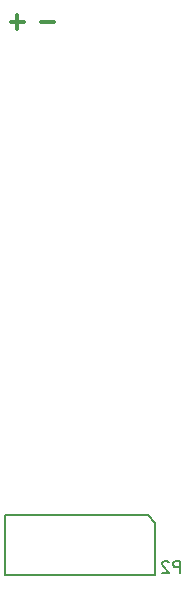
<source format=gbo>
G04 #@! TF.FileFunction,Legend,Bot*
%FSLAX46Y46*%
G04 Gerber Fmt 4.6, Leading zero omitted, Abs format (unit mm)*
G04 Created by KiCad (PCBNEW 4.0.7) date 07/31/18 09:39:55*
%MOMM*%
%LPD*%
G01*
G04 APERTURE LIST*
%ADD10C,0.100000*%
%ADD11C,0.300000*%
%ADD12C,0.150000*%
G04 APERTURE END LIST*
D10*
D11*
X144094572Y-77232857D02*
X145237429Y-77232857D01*
X144666000Y-76661429D02*
X144666000Y-77804286D01*
X146634572Y-77232857D02*
X147777429Y-77232857D01*
D12*
X143650000Y-118960000D02*
X155715000Y-118960000D01*
X143650000Y-124040000D02*
X143650000Y-118960000D01*
X156350000Y-124040000D02*
X143650000Y-124040000D01*
X156350000Y-119595000D02*
X156350000Y-124040000D01*
X155715000Y-118960000D02*
X156350000Y-119595000D01*
X158438095Y-123852381D02*
X158438095Y-122852381D01*
X158057142Y-122852381D01*
X157961904Y-122900000D01*
X157914285Y-122947619D01*
X157866666Y-123042857D01*
X157866666Y-123185714D01*
X157914285Y-123280952D01*
X157961904Y-123328571D01*
X158057142Y-123376190D01*
X158438095Y-123376190D01*
X157485714Y-122947619D02*
X157438095Y-122900000D01*
X157342857Y-122852381D01*
X157104761Y-122852381D01*
X157009523Y-122900000D01*
X156961904Y-122947619D01*
X156914285Y-123042857D01*
X156914285Y-123138095D01*
X156961904Y-123280952D01*
X157533333Y-123852381D01*
X156914285Y-123852381D01*
M02*

</source>
